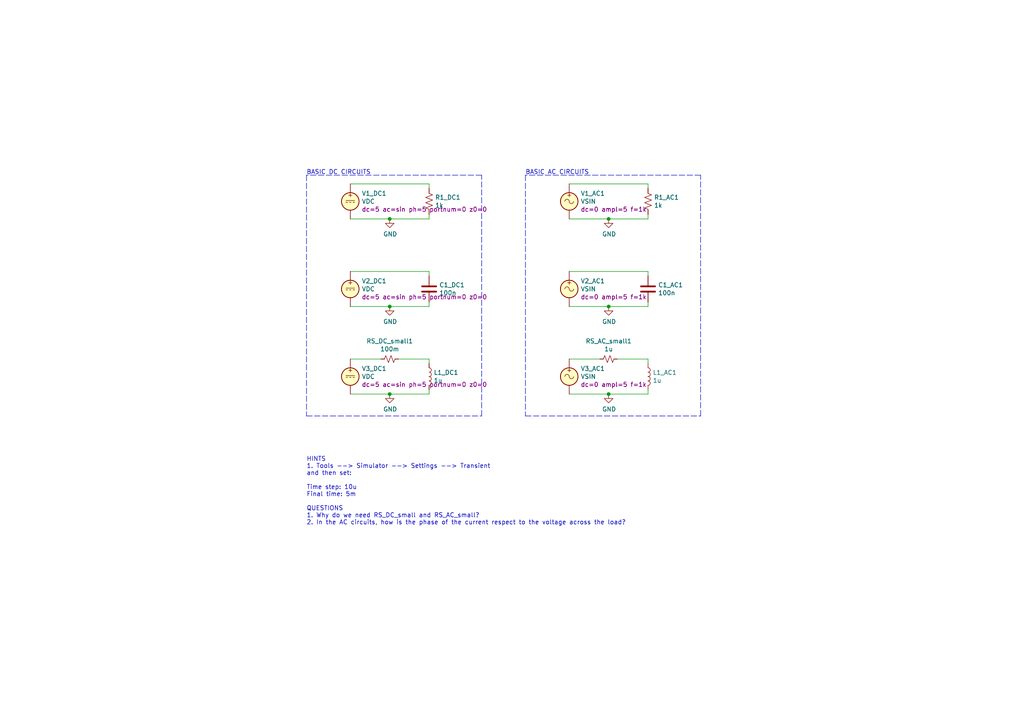
<source format=kicad_sch>
(kicad_sch (version 20211123) (generator eeschema)
  (paper "A4")
  (title_block (title "I2E - Basic components") (date "2021-08-03") (rev "1.0") (comment 1 "Erik ZORZIN"))
  (lib_symbols
    (symbol "Device:C" (pin_numbers hide) (pin_names (offset 0.254))
      (property "Reference" "C" (at 0.635 2.54 0))
      (property "Value" "C" (at 0.635 -2.54 0))
      (symbol "C_0_1"
        (polyline (pts (xy -2.032 -0.762) (xy 2.032 -0.762)) (stroke (width 0.508)))
        (polyline (pts (xy -2.032 0.762) (xy 2.032 0.762)) (stroke (width 0.508)))
      )
      (symbol "C_1_1"
        (pin passive line (at 0 3.81 270) (length 2.794) (name "~") (number "1"))
        (pin passive line (at 0 -3.81 90) (length 2.794) (name "~") (number "2"))
      )
    )
    (symbol "Device:L" (pin_numbers hide) (pin_names (offset 1.016) hide)
      (property "Reference" "L" (at -1.27 0 90))
      (property "Value" "L" (at 1.905 0 90))
      (symbol "L_0_1"
        (arc (start 0 -2.54) (mid 0.635 -1.905) (end 0 -1.27))
        (arc (start 0 -1.27) (mid 0.635 -0.635) (end 0 0))
        (arc (start 0 0) (mid 0.635 0.635) (end 0 1.27))
        (arc (start 0 1.27) (mid 0.635 1.905) (end 0 2.54))
      )
      (symbol "L_1_1"
        (pin passive line (at 0 3.81 270) (length 1.27) (name "1") (number "1"))
        (pin passive line (at 0 -3.81 90) (length 1.27) (name "2") (number "2"))
      )
    )
    (symbol "Device:R_Small_US" (pin_numbers hide) (pin_names (offset 0.254) hide)
      (property "Reference" "R" (at 0.762 0.508 0))
      (property "Value" "R_Small_US" (at 0.762 -1.016 0))
      (symbol "R_Small_US_1_1"
        (polyline (pts (xy 0 0) (xy 1.016 -0.381) (xy 0 -0.762) (xy -1.016 -1.143) (xy 0 -1.524)))
        (polyline (pts (xy 0 1.524) (xy 1.016 1.143) (xy 0 0.762) (xy -1.016 0.381) (xy 0 0)))
        (pin passive line (at 0 2.54 270) (length 1.016) (name "~") (number "1"))
        (pin passive line (at 0 -2.54 90) (length 1.016) (name "~") (number "2"))
      )
    )
    (symbol "Device:R_US" (pin_numbers hide) (pin_names (offset 0))
      (property "Reference" "R" (at 2.54 0 90))
      (property "Value" "R_US" (at -2.54 0 90))
      (symbol "R_US_0_1"
        (polyline (pts (xy 0 -2.286) (xy 0 -2.54)))
        (polyline (pts (xy 0 2.286) (xy 0 2.54)))
        (polyline (pts (xy 0 -0.762) (xy 1.016 -1.143) (xy 0 -1.524) (xy -1.016 -1.905) (xy 0 -2.286)))
        (polyline (pts (xy 0 0.762) (xy 1.016 0.381) (xy 0 0) (xy -1.016 -0.381) (xy 0 -0.762)))
        (polyline (pts (xy 0 2.286) (xy 1.016 1.905) (xy 0 1.524) (xy -1.016 1.143) (xy 0 0.762)))
      )
      (symbol "R_US_1_1"
        (pin passive line (at 0 3.81 270) (length 1.27) (name "~") (number "1"))
        (pin passive line (at 0 -3.81 90) (length 1.27) (name "~") (number "2"))
      )
    )
    (symbol "Simulation_SPICE:VDC" (pin_numbers hide) (pin_names (offset 0.0254))
      (property "Reference" "V" (at 2.54 2.54 0))
      (property "Value" "VDC" (at 2.54 0 0))
      (property "Spice_Model" "dc(1)" (at 2.54 -2.54 0))
      (symbol "VDC_0_0"
        (polyline (pts (xy -1.27 0.254) (xy 1.27 0.254)))
        (polyline (pts (xy -0.762 -0.254) (xy -1.27 -0.254)))
        (polyline (pts (xy 0.254 -0.254) (xy -0.254 -0.254)))
        (polyline (pts (xy 1.27 -0.254) (xy 0.762 -0.254)))
        (text "+" (at 0 1.905 0) (effects (font (size 1.27 1.27))))
      )
      (symbol "VDC_0_1"
        (circle (center 0 0) (radius 2.54) (stroke (width 0.254)) (fill (type background)))
      )
      (symbol "VDC_1_1"
        (pin passive line (at 0 5.08 270) (length 2.54) (name "~") (number "1"))
        (pin passive line (at 0 -5.08 90) (length 2.54) (name "~") (number "2"))
      )
    )
    (symbol "Simulation_SPICE:VSIN" (pin_numbers hide) (pin_names (offset 0.0254))
      (property "Reference" "V" (at 2.54 2.54 0))
      (property "Value" "VSIN" (at 2.54 0 0))
      (property "Spice_Model" "sin(0 1 1k)" (at 2.54 -2.54 0))
      (symbol "VSIN_0_0"
        (arc (start 0 0) (mid -0.635 0.635) (end -1.27 0))
        (arc (start 0 0) (mid 0.635 -0.635) (end 1.27 0))
        (text "+" (at 0 1.905 0) (effects (font (size 1.27 1.27))))
      )
      (symbol "VSIN_0_1"
        (circle (center 0 0) (radius 2.54) (stroke (width 0.254)) (fill (type background)))
      )
      (symbol "VSIN_1_1"
        (pin passive line (at 0 5.08 270) (length 2.54) (name "~") (number "1"))
        (pin passive line (at 0 -5.08 90) (length 2.54) (name "~") (number "2"))
      )
    )
    (symbol "power:GND" (power) (pin_names (offset 0))
      (property "Value" "GND" (at 0 -3.81 0))
      (symbol "GND_0_1"
        (polyline (pts (xy 0 0) (xy 0 -1.27) (xy 1.27 -1.27) (xy 0 -2.54) (xy -1.27 -1.27) (xy 0 -1.27)))
      )
      (symbol "GND_1_1"
        (pin power_in line (at 0 0 270) (length 0) hide (name "GND") (number "1"))
      )
    )
  )
  (junction (at 176.53 88.9))
  (junction (at 113.03 114.3))
  (junction (at 113.03 63.5))
  (junction (at 176.53 114.3))
  (junction (at 113.03 88.9))
  (junction (at 176.53 63.5))
  (wire (pts (xy 113.03 114.3) (xy 124.46 114.3)))
  (polyline (pts (xy 152.4 120.65) (xy 203.2 120.65)))
  (wire (pts (xy 165.1 78.74) (xy 187.96 78.74)))
  (wire (pts (xy 101.6 78.74) (xy 124.46 78.74)))
  (wire (pts (xy 113.03 63.5) (xy 124.46 63.5)))
  (polyline (pts (xy 203.2 120.65) (xy 203.2 50.8)))
  (wire (pts (xy 124.46 105.41) (xy 124.46 104.14)))
  (polyline (pts (xy 139.7 120.65) (xy 139.7 50.8)))
  (polyline (pts (xy 152.4 50.8) (xy 152.4 120.65)))
  (wire (pts (xy 124.46 53.34) (xy 124.46 54.61)))
  (wire (pts (xy 101.6 53.34) (xy 124.46 53.34)))
  (wire (pts (xy 176.53 114.3) (xy 187.96 114.3)))
  (wire (pts (xy 113.03 88.9) (xy 124.46 88.9)))
  (wire (pts (xy 124.46 87.63) (xy 124.46 88.9)))
  (wire (pts (xy 187.96 80.01) (xy 187.96 78.74)))
  (wire (pts (xy 101.6 104.14) (xy 110.49 104.14)))
  (wire (pts (xy 187.96 113.03) (xy 187.96 114.3)))
  (polyline (pts (xy 139.7 50.8) (xy 88.9 50.8)))
  (wire (pts (xy 165.1 63.5) (xy 176.53 63.5)))
  (wire (pts (xy 101.6 114.3) (xy 113.03 114.3)))
  (wire (pts (xy 124.46 63.5) (xy 124.46 62.23)))
  (polyline (pts (xy 88.9 120.65) (xy 139.7 120.65)))
  (polyline (pts (xy 88.9 50.8) (xy 88.9 120.65)))
  (wire (pts (xy 187.96 63.5) (xy 187.96 62.23)))
  (wire (pts (xy 101.6 63.5) (xy 113.03 63.5)))
  (wire (pts (xy 187.96 53.34) (xy 187.96 54.61)))
  (wire (pts (xy 101.6 88.9) (xy 113.03 88.9)))
  (wire (pts (xy 187.96 105.41) (xy 187.96 104.14)))
  (wire (pts (xy 165.1 104.14) (xy 173.99 104.14)))
  (wire (pts (xy 165.1 114.3) (xy 176.53 114.3)))
  (wire (pts (xy 165.1 88.9) (xy 176.53 88.9)))
  (wire (pts (xy 124.46 80.01) (xy 124.46 78.74)))
  (wire (pts (xy 187.96 87.63) (xy 187.96 88.9)))
  (wire (pts (xy 115.57 104.14) (xy 124.46 104.14)))
  (wire (pts (xy 179.07 104.14) (xy 187.96 104.14)))
  (wire (pts (xy 176.53 63.5) (xy 187.96 63.5)))
  (wire (pts (xy 124.46 113.03) (xy 124.46 114.3)))
  (wire (pts (xy 176.53 88.9) (xy 187.96 88.9)))
  (wire (pts (xy 165.1 53.34) (xy 187.96 53.34)))
  (polyline (pts (xy 203.2 50.8) (xy 152.4 50.8)))
  (text "HINTS\n1. Tools --> Simulator --> Settings --> Transient\nand then set: \n\nTime step: 10u\nFinal time: 5m\n\nQUESTIONS\n1. Why do we need RS_DC_small and RS_AC_small?\n2. In the AC circuits, how is the phase of the current respect to the voltage across the load?" (at 88.9 152.4 0) (effects (font (size 1.27 1.27)) (justify left bottom)))
  (text "BASIC DC CIRCUITS" (at 88.9 50.8 0) (effects (font (size 1.27 1.27)) (justify left bottom)))
  (text "BASIC AC CIRCUITS" (at 152.4 50.8 0) (effects (font (size 1.27 1.27)) (justify left bottom)))
  (symbol (lib_id "power:GND") (at 113.03 63.5 0) (unit 1)
    (property "Reference" "#PWR0101" (effects hide))
    (property "Value" "GND" (at 113.157 67.8942 0))
  )
  (symbol (lib_id "Device:R_US") (at 124.46 58.42 180) (unit 1)
    (property "Reference" "R1_DC1" (at 126.1872 57.2516 0) (effects (justify right)))
    (property "Value" "1k" (at 126.1872 59.563 0) (effects (justify right)))
    (property "Footprint" "Resistor_THT:R_Axial_DIN0204_L3.6mm_D1.6mm_P7.62mm_Horizontal" (effects hide))
  )
  (symbol (lib_id "Simulation_SPICE:VDC") (at 101.6 58.42 0) (unit 1)
    (property "Reference" "V1_DC1" (at 104.902 56.1086 0) (effects (justify left)))
    (property "Value" "VDC" (at 104.902 58.42 0) (effects (justify left)))
    (property "Footprint" "TerminalBlock:TerminalBlock_bornier-2_P5.08mm" (effects hide))
    (property "Spice_Netlist_Enabled" "Y" (effects hide))
    (property "Spice_Primitive" "V" (effects hide))
    (property "Spice_Model" "dc 5 sin(5 0 0)" (at 104.902 60.7314 0) (effects (justify left)))
  )
  (symbol (lib_id "Simulation_SPICE:VDC") (at 101.6 83.82 0) (unit 1)
    (property "Reference" "V2_DC1" (at 104.902 81.5086 0) (effects (justify left)))
    (property "Value" "VDC" (at 104.902 83.82 0) (effects (justify left)))
    (property "Footprint" "TerminalBlock:TerminalBlock_bornier-2_P5.08mm" (effects hide))
    (property "Spice_Netlist_Enabled" "Y" (effects hide))
    (property "Spice_Primitive" "V" (effects hide))
    (property "Spice_Model" "dc 5 sin(5 0 0)" (at 104.902 86.1314 0) (effects (justify left)))
  )
  (symbol (lib_id "power:GND") (at 113.03 88.9 0) (unit 1)
    (property "Reference" "#PWR0102" (effects hide))
    (property "Value" "GND" (at 113.157 93.2942 0))
  )
  (symbol (lib_id "Device:C") (at 124.46 83.82 0) (unit 1)
    (property "Reference" "C1_DC1" (at 127.381 82.6516 0) (effects (justify left)))
    (property "Value" "100n" (at 127.381 84.963 0) (effects (justify left)))
    (property "Footprint" "Capacitor_THT:C_Rect_L7.0mm_W2.0mm_P5.00mm" (effects hide))
  )
  (symbol (lib_id "Simulation_SPICE:VDC") (at 101.6 109.22 0) (unit 1)
    (property "Reference" "V3_DC1" (at 104.902 106.9086 0) (effects (justify left)))
    (property "Value" "VDC" (at 104.902 109.22 0) (effects (justify left)))
    (property "Footprint" "TerminalBlock:TerminalBlock_bornier-2_P5.08mm" (effects hide))
    (property "Spice_Netlist_Enabled" "Y" (effects hide))
    (property "Spice_Primitive" "V" (effects hide))
    (property "Spice_Model" "dc 5 sin(5 0 0)" (at 104.902 111.5314 0) (effects (justify left)))
  )
  (symbol (lib_id "power:GND") (at 113.03 114.3 0) (unit 1)
    (property "Reference" "#PWR0103" (effects hide))
    (property "Value" "GND" (at 113.157 118.6942 0))
  )
  (symbol (lib_id "Device:L") (at 124.46 109.22 0) (unit 1)
    (property "Reference" "L1_DC1" (at 125.7808 108.0516 0) (effects (justify left)))
    (property "Value" "1u" (at 125.7808 110.363 0) (effects (justify left)))
    (property "Footprint" "Inductor_THT:L_Axial_L5.3mm_D2.2mm_P7.62mm_Horizontal_Vishay_IM-1" (effects hide))
  )
  (symbol (lib_id "Device:R_Small_US") (at 113.03 104.14 270) (unit 1)
    (property "Reference" "RS_DC_small1" (at 113.03 98.933 90))
    (property "Value" "100m" (at 113.03 101.2444 90))
    (property "Footprint" "Resistor_THT:R_Axial_DIN0204_L3.6mm_D1.6mm_P7.62mm_Horizontal" (effects hide))
  )
  (symbol (lib_id "Device:R_US") (at 187.96 58.42 180) (unit 1)
    (property "Reference" "R1_AC1" (at 189.6872 57.2516 0) (effects (justify right)))
    (property "Value" "1k" (at 189.6872 59.563 0) (effects (justify right)))
    (property "Footprint" "Resistor_THT:R_Axial_DIN0204_L3.6mm_D1.6mm_P7.62mm_Horizontal" (effects hide))
  )
  (symbol (lib_id "power:GND") (at 176.53 63.5 0) (unit 1)
    (property "Reference" "#PWR0104" (effects hide))
    (property "Value" "GND" (at 176.657 67.8942 0))
  )
  (symbol (lib_id "power:GND") (at 176.53 88.9 0) (unit 1)
    (property "Reference" "#PWR0105" (effects hide))
    (property "Value" "GND" (at 176.657 93.2942 0))
  )
  (symbol (lib_id "Device:C") (at 187.96 83.82 0) (unit 1)
    (property "Reference" "C1_AC1" (at 190.881 82.6516 0) (effects (justify left)))
    (property "Value" "100n" (at 190.881 84.963 0) (effects (justify left)))
    (property "Footprint" "Capacitor_THT:C_Rect_L7.0mm_W2.0mm_P5.00mm" (effects hide))
  )
  (symbol (lib_id "power:GND") (at 176.53 114.3 0) (unit 1)
    (property "Reference" "#PWR0106" (effects hide))
    (property "Value" "GND" (at 176.657 118.6942 0))
  )
  (symbol (lib_id "Device:L") (at 187.96 109.22 0) (unit 1)
    (property "Reference" "L1_AC1" (at 189.3062 108.0516 0) (effects (justify left)))
    (property "Value" "1u" (at 189.3062 110.363 0) (effects (justify left)))
    (property "Footprint" "Inductor_THT:L_Axial_L5.3mm_D2.2mm_P7.62mm_Horizontal_Vishay_IM-1" (effects hide))
  )
  (symbol (lib_id "Device:R_Small_US") (at 176.53 104.14 270) (unit 1)
    (property "Reference" "RS_AC_small1" (at 176.53 98.933 90))
    (property "Value" "1u" (at 176.53 101.2444 90))
    (property "Footprint" "Resistor_THT:R_Axial_DIN0204_L3.6mm_D1.6mm_P7.62mm_Horizontal" (effects hide))
  )
  (symbol (lib_id "Simulation_SPICE:VSIN") (at 165.1 58.42 0) (unit 1)
    (property "Reference" "V1_AC1" (at 168.402 56.1086 0) (effects (justify left)))
    (property "Value" "VSIN" (at 168.402 58.42 0) (effects (justify left)))
    (property "Footprint" "TerminalBlock:TerminalBlock_bornier-2_P5.08mm" (effects hide))
    (property "Spice_Netlist_Enabled" "Y" (effects hide))
    (property "Spice_Primitive" "V" (effects hide))
    (property "Spice_Model" "sin(0 5 1k)" (at 168.402 60.7314 0) (effects (justify left)))
  )
  (symbol (lib_id "Simulation_SPICE:VSIN") (at 165.1 83.82 0) (unit 1)
    (property "Reference" "V2_AC1" (at 168.402 81.5086 0) (effects (justify left)))
    (property "Value" "VSIN" (at 168.402 83.82 0) (effects (justify left)))
    (property "Footprint" "TerminalBlock:TerminalBlock_bornier-2_P5.08mm" (effects hide))
    (property "Spice_Netlist_Enabled" "Y" (effects hide))
    (property "Spice_Primitive" "V" (effects hide))
    (property "Spice_Model" "sin(0 5 1k)" (at 168.402 86.1314 0) (effects (justify left)))
  )
  (symbol (lib_id "Simulation_SPICE:VSIN") (at 165.1 109.22 0) (unit 1)
    (property "Reference" "V3_AC1" (at 168.402 106.9086 0) (effects (justify left)))
    (property "Value" "VSIN" (at 168.402 109.22 0) (effects (justify left)))
    (property "Footprint" "TerminalBlock:TerminalBlock_bornier-2_P5.08mm" (effects hide))
    (property "Spice_Netlist_Enabled" "Y" (effects hide))
    (property "Spice_Primitive" "V" (effects hide))
    (property "Spice_Model" "sin(0 5 1k)" (at 168.402 111.5314 0) (effects (justify left)))
  )
)
</source>
